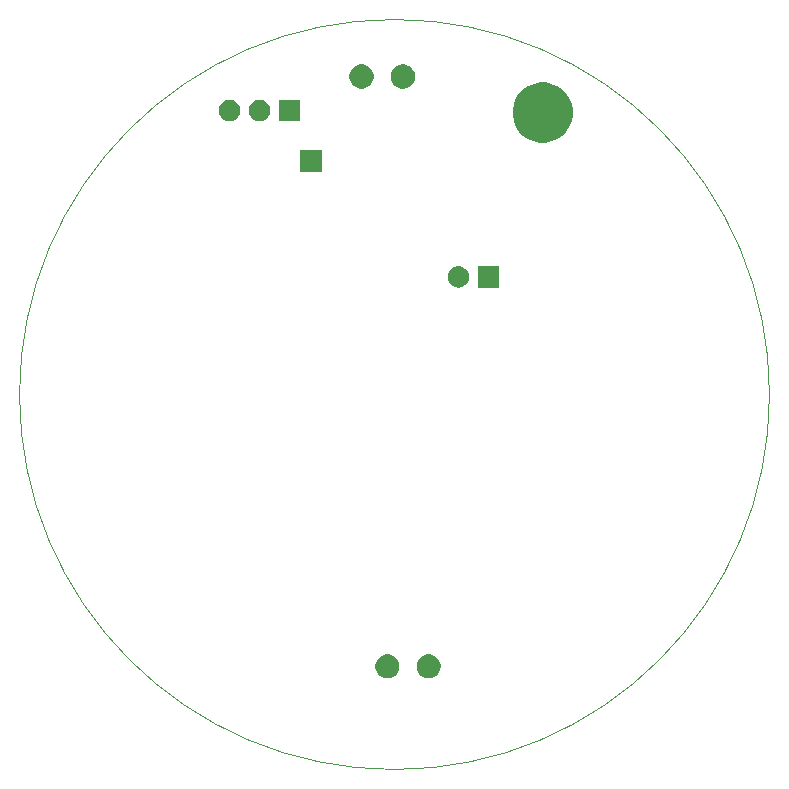
<source format=gbr>
G04 #@! TF.GenerationSoftware,KiCad,Pcbnew,(5.1.5)-3*
G04 #@! TF.CreationDate,2021-11-18T20:40:18-08:00*
G04 #@! TF.ProjectId,nixie_supply_v1,6e697869-655f-4737-9570-706c795f7631,rev?*
G04 #@! TF.SameCoordinates,Original*
G04 #@! TF.FileFunction,Soldermask,Bot*
G04 #@! TF.FilePolarity,Negative*
%FSLAX46Y46*%
G04 Gerber Fmt 4.6, Leading zero omitted, Abs format (unit mm)*
G04 Created by KiCad (PCBNEW (5.1.5)-3) date 2021-11-18 20:40:18*
%MOMM*%
%LPD*%
G04 APERTURE LIST*
%ADD10C,0.120000*%
%ADD11C,0.150000*%
G04 APERTURE END LIST*
D10*
X159664400Y-69088000D02*
G75*
G03X159664400Y-69088000I-31750000J0D01*
G01*
D11*
G36*
X127606672Y-91113828D02*
G01*
X127793391Y-91191170D01*
X127793393Y-91191171D01*
X127961437Y-91303454D01*
X128104346Y-91446363D01*
X128216629Y-91614407D01*
X128216630Y-91614409D01*
X128293972Y-91801128D01*
X128333400Y-91999347D01*
X128333400Y-92201453D01*
X128293972Y-92399672D01*
X128216630Y-92586391D01*
X128216629Y-92586393D01*
X128104346Y-92754437D01*
X127961437Y-92897346D01*
X127793393Y-93009629D01*
X127793392Y-93009630D01*
X127793391Y-93009630D01*
X127606672Y-93086972D01*
X127408453Y-93126400D01*
X127206347Y-93126400D01*
X127008128Y-93086972D01*
X126821409Y-93009630D01*
X126821408Y-93009630D01*
X126821407Y-93009629D01*
X126653363Y-92897346D01*
X126510454Y-92754437D01*
X126398171Y-92586393D01*
X126398170Y-92586391D01*
X126320828Y-92399672D01*
X126281400Y-92201453D01*
X126281400Y-91999347D01*
X126320828Y-91801128D01*
X126398170Y-91614409D01*
X126398171Y-91614407D01*
X126510454Y-91446363D01*
X126653363Y-91303454D01*
X126821407Y-91191171D01*
X126821409Y-91191170D01*
X127008128Y-91113828D01*
X127206347Y-91074400D01*
X127408453Y-91074400D01*
X127606672Y-91113828D01*
G37*
G36*
X131106672Y-91113828D02*
G01*
X131293391Y-91191170D01*
X131293393Y-91191171D01*
X131461437Y-91303454D01*
X131604346Y-91446363D01*
X131716629Y-91614407D01*
X131716630Y-91614409D01*
X131793972Y-91801128D01*
X131833400Y-91999347D01*
X131833400Y-92201453D01*
X131793972Y-92399672D01*
X131716630Y-92586391D01*
X131716629Y-92586393D01*
X131604346Y-92754437D01*
X131461437Y-92897346D01*
X131293393Y-93009629D01*
X131293392Y-93009630D01*
X131293391Y-93009630D01*
X131106672Y-93086972D01*
X130908453Y-93126400D01*
X130706347Y-93126400D01*
X130508128Y-93086972D01*
X130321409Y-93009630D01*
X130321408Y-93009630D01*
X130321407Y-93009629D01*
X130153363Y-92897346D01*
X130010454Y-92754437D01*
X129898171Y-92586393D01*
X129898170Y-92586391D01*
X129820828Y-92399672D01*
X129781400Y-92201453D01*
X129781400Y-91999347D01*
X129820828Y-91801128D01*
X129898170Y-91614409D01*
X129898171Y-91614407D01*
X130010454Y-91446363D01*
X130153363Y-91303454D01*
X130321407Y-91191171D01*
X130321409Y-91191170D01*
X130508128Y-91113828D01*
X130706347Y-91074400D01*
X130908453Y-91074400D01*
X131106672Y-91113828D01*
G37*
G36*
X136765600Y-60032200D02*
G01*
X134963600Y-60032200D01*
X134963600Y-58230200D01*
X136765600Y-58230200D01*
X136765600Y-60032200D01*
G37*
G36*
X133438112Y-58235127D02*
G01*
X133587412Y-58264824D01*
X133751384Y-58332744D01*
X133898954Y-58431347D01*
X134024453Y-58556846D01*
X134123056Y-58704416D01*
X134190976Y-58868388D01*
X134225600Y-59042459D01*
X134225600Y-59219941D01*
X134190976Y-59394012D01*
X134123056Y-59557984D01*
X134024453Y-59705554D01*
X133898954Y-59831053D01*
X133751384Y-59929656D01*
X133587412Y-59997576D01*
X133438112Y-60027273D01*
X133413342Y-60032200D01*
X133235858Y-60032200D01*
X133211088Y-60027273D01*
X133061788Y-59997576D01*
X132897816Y-59929656D01*
X132750246Y-59831053D01*
X132624747Y-59705554D01*
X132526144Y-59557984D01*
X132458224Y-59394012D01*
X132423600Y-59219941D01*
X132423600Y-59042459D01*
X132458224Y-58868388D01*
X132526144Y-58704416D01*
X132624747Y-58556846D01*
X132750246Y-58431347D01*
X132897816Y-58332744D01*
X133061788Y-58264824D01*
X133211088Y-58235127D01*
X133235858Y-58230200D01*
X133413342Y-58230200D01*
X133438112Y-58235127D01*
G37*
G36*
X121754200Y-50227800D02*
G01*
X119952200Y-50227800D01*
X119952200Y-48425800D01*
X121754200Y-48425800D01*
X121754200Y-50227800D01*
G37*
G36*
X141206098Y-42759033D02*
G01*
X141670350Y-42951332D01*
X141670352Y-42951333D01*
X142088168Y-43230509D01*
X142443491Y-43585832D01*
X142722667Y-44003648D01*
X142722668Y-44003650D01*
X142914967Y-44467902D01*
X143013000Y-44960747D01*
X143013000Y-45463253D01*
X142914967Y-45956098D01*
X142722668Y-46420350D01*
X142722667Y-46420352D01*
X142443491Y-46838168D01*
X142088168Y-47193491D01*
X141670352Y-47472667D01*
X141670351Y-47472668D01*
X141670350Y-47472668D01*
X141206098Y-47664967D01*
X140713253Y-47763000D01*
X140210747Y-47763000D01*
X139717902Y-47664967D01*
X139253650Y-47472668D01*
X139253649Y-47472668D01*
X139253648Y-47472667D01*
X138835832Y-47193491D01*
X138480509Y-46838168D01*
X138201333Y-46420352D01*
X138201332Y-46420350D01*
X138009033Y-45956098D01*
X137911000Y-45463253D01*
X137911000Y-44960747D01*
X138009033Y-44467902D01*
X138201332Y-44003650D01*
X138201333Y-44003648D01*
X138480509Y-43585832D01*
X138835832Y-43230509D01*
X139253648Y-42951333D01*
X139253650Y-42951332D01*
X139717902Y-42759033D01*
X140210747Y-42661000D01*
X140713253Y-42661000D01*
X141206098Y-42759033D01*
G37*
G36*
X114057912Y-44138127D02*
G01*
X114207212Y-44167824D01*
X114371184Y-44235744D01*
X114518754Y-44334347D01*
X114644253Y-44459846D01*
X114742856Y-44607416D01*
X114810776Y-44771388D01*
X114845400Y-44945459D01*
X114845400Y-45122941D01*
X114810776Y-45297012D01*
X114742856Y-45460984D01*
X114644253Y-45608554D01*
X114518754Y-45734053D01*
X114371184Y-45832656D01*
X114207212Y-45900576D01*
X114057912Y-45930273D01*
X114033142Y-45935200D01*
X113855658Y-45935200D01*
X113830888Y-45930273D01*
X113681588Y-45900576D01*
X113517616Y-45832656D01*
X113370046Y-45734053D01*
X113244547Y-45608554D01*
X113145944Y-45460984D01*
X113078024Y-45297012D01*
X113043400Y-45122941D01*
X113043400Y-44945459D01*
X113078024Y-44771388D01*
X113145944Y-44607416D01*
X113244547Y-44459846D01*
X113370046Y-44334347D01*
X113517616Y-44235744D01*
X113681588Y-44167824D01*
X113830888Y-44138127D01*
X113855658Y-44133200D01*
X114033142Y-44133200D01*
X114057912Y-44138127D01*
G37*
G36*
X116597912Y-44138127D02*
G01*
X116747212Y-44167824D01*
X116911184Y-44235744D01*
X117058754Y-44334347D01*
X117184253Y-44459846D01*
X117282856Y-44607416D01*
X117350776Y-44771388D01*
X117385400Y-44945459D01*
X117385400Y-45122941D01*
X117350776Y-45297012D01*
X117282856Y-45460984D01*
X117184253Y-45608554D01*
X117058754Y-45734053D01*
X116911184Y-45832656D01*
X116747212Y-45900576D01*
X116597912Y-45930273D01*
X116573142Y-45935200D01*
X116395658Y-45935200D01*
X116370888Y-45930273D01*
X116221588Y-45900576D01*
X116057616Y-45832656D01*
X115910046Y-45734053D01*
X115784547Y-45608554D01*
X115685944Y-45460984D01*
X115618024Y-45297012D01*
X115583400Y-45122941D01*
X115583400Y-44945459D01*
X115618024Y-44771388D01*
X115685944Y-44607416D01*
X115784547Y-44459846D01*
X115910046Y-44334347D01*
X116057616Y-44235744D01*
X116221588Y-44167824D01*
X116370888Y-44138127D01*
X116395658Y-44133200D01*
X116573142Y-44133200D01*
X116597912Y-44138127D01*
G37*
G36*
X119925400Y-45935200D02*
G01*
X118123400Y-45935200D01*
X118123400Y-44133200D01*
X119925400Y-44133200D01*
X119925400Y-45935200D01*
G37*
G36*
X128922272Y-41177428D02*
G01*
X129108991Y-41254770D01*
X129108993Y-41254771D01*
X129277037Y-41367054D01*
X129419946Y-41509963D01*
X129532229Y-41678007D01*
X129532230Y-41678009D01*
X129609572Y-41864728D01*
X129649000Y-42062947D01*
X129649000Y-42265053D01*
X129609572Y-42463272D01*
X129532230Y-42649991D01*
X129532229Y-42649993D01*
X129419946Y-42818037D01*
X129277037Y-42960946D01*
X129108993Y-43073229D01*
X129108992Y-43073230D01*
X129108991Y-43073230D01*
X128922272Y-43150572D01*
X128724053Y-43190000D01*
X128521947Y-43190000D01*
X128323728Y-43150572D01*
X128137009Y-43073230D01*
X128137008Y-43073230D01*
X128137007Y-43073229D01*
X127968963Y-42960946D01*
X127826054Y-42818037D01*
X127713771Y-42649993D01*
X127713770Y-42649991D01*
X127636428Y-42463272D01*
X127597000Y-42265053D01*
X127597000Y-42062947D01*
X127636428Y-41864728D01*
X127713770Y-41678009D01*
X127713771Y-41678007D01*
X127826054Y-41509963D01*
X127968963Y-41367054D01*
X128137007Y-41254771D01*
X128137009Y-41254770D01*
X128323728Y-41177428D01*
X128521947Y-41138000D01*
X128724053Y-41138000D01*
X128922272Y-41177428D01*
G37*
G36*
X125422272Y-41177428D02*
G01*
X125608991Y-41254770D01*
X125608993Y-41254771D01*
X125777037Y-41367054D01*
X125919946Y-41509963D01*
X126032229Y-41678007D01*
X126032230Y-41678009D01*
X126109572Y-41864728D01*
X126149000Y-42062947D01*
X126149000Y-42265053D01*
X126109572Y-42463272D01*
X126032230Y-42649991D01*
X126032229Y-42649993D01*
X125919946Y-42818037D01*
X125777037Y-42960946D01*
X125608993Y-43073229D01*
X125608992Y-43073230D01*
X125608991Y-43073230D01*
X125422272Y-43150572D01*
X125224053Y-43190000D01*
X125021947Y-43190000D01*
X124823728Y-43150572D01*
X124637009Y-43073230D01*
X124637008Y-43073230D01*
X124637007Y-43073229D01*
X124468963Y-42960946D01*
X124326054Y-42818037D01*
X124213771Y-42649993D01*
X124213770Y-42649991D01*
X124136428Y-42463272D01*
X124097000Y-42265053D01*
X124097000Y-42062947D01*
X124136428Y-41864728D01*
X124213770Y-41678009D01*
X124213771Y-41678007D01*
X124326054Y-41509963D01*
X124468963Y-41367054D01*
X124637007Y-41254771D01*
X124637009Y-41254770D01*
X124823728Y-41177428D01*
X125021947Y-41138000D01*
X125224053Y-41138000D01*
X125422272Y-41177428D01*
G37*
M02*

</source>
